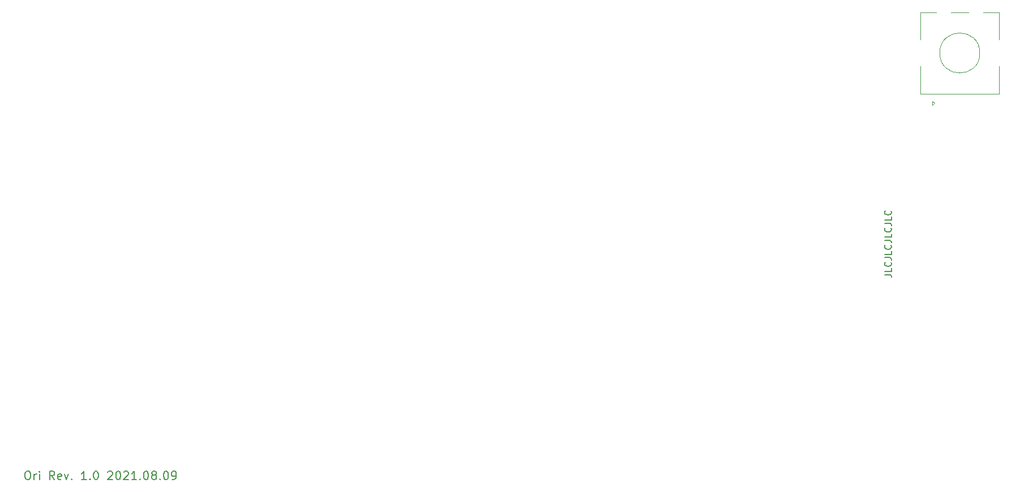
<source format=gto>
G04 #@! TF.GenerationSoftware,KiCad,Pcbnew,(5.1.10-1-10_14)*
G04 #@! TF.CreationDate,2021-08-09T23:30:33-05:00*
G04 #@! TF.ProjectId,ori,6f72692e-6b69-4636-9164-5f7063625858,rev?*
G04 #@! TF.SameCoordinates,Original*
G04 #@! TF.FileFunction,Legend,Top*
G04 #@! TF.FilePolarity,Positive*
%FSLAX46Y46*%
G04 Gerber Fmt 4.6, Leading zero omitted, Abs format (unit mm)*
G04 Created by KiCad (PCBNEW (5.1.10-1-10_14)) date 2021-08-09 23:30:33*
%MOMM*%
%LPD*%
G01*
G04 APERTURE LIST*
%ADD10C,0.200000*%
%ADD11C,0.150000*%
%ADD12C,0.120000*%
%ADD13C,4.500000*%
%ADD14C,0.800000*%
%ADD15C,2.540000*%
%ADD16C,1.701800*%
%ADD17C,3.987800*%
%ADD18R,2.000000X2.000000*%
%ADD19C,2.000000*%
%ADD20R,2.000000X3.200000*%
%ADD21C,1.803400*%
%ADD22O,1.300000X1.900000*%
%ADD23C,0.650000*%
%ADD24O,1.300000X2.400000*%
G04 APERTURE END LIST*
D10*
X180738095Y-115815476D02*
X180976190Y-115815476D01*
X181095238Y-115875000D01*
X181214285Y-115994047D01*
X181273809Y-116232142D01*
X181273809Y-116648809D01*
X181214285Y-116886904D01*
X181095238Y-117005952D01*
X180976190Y-117065476D01*
X180738095Y-117065476D01*
X180619047Y-117005952D01*
X180500000Y-116886904D01*
X180440476Y-116648809D01*
X180440476Y-116232142D01*
X180500000Y-115994047D01*
X180619047Y-115875000D01*
X180738095Y-115815476D01*
X181809523Y-117065476D02*
X181809523Y-116232142D01*
X181809523Y-116470238D02*
X181869047Y-116351190D01*
X181928571Y-116291666D01*
X182047619Y-116232142D01*
X182166666Y-116232142D01*
X182583333Y-117065476D02*
X182583333Y-116232142D01*
X182583333Y-115815476D02*
X182523809Y-115875000D01*
X182583333Y-115934523D01*
X182642857Y-115875000D01*
X182583333Y-115815476D01*
X182583333Y-115934523D01*
X184845238Y-117065476D02*
X184428571Y-116470238D01*
X184130952Y-117065476D02*
X184130952Y-115815476D01*
X184607142Y-115815476D01*
X184726190Y-115875000D01*
X184785714Y-115934523D01*
X184845238Y-116053571D01*
X184845238Y-116232142D01*
X184785714Y-116351190D01*
X184726190Y-116410714D01*
X184607142Y-116470238D01*
X184130952Y-116470238D01*
X185857142Y-117005952D02*
X185738095Y-117065476D01*
X185500000Y-117065476D01*
X185380952Y-117005952D01*
X185321428Y-116886904D01*
X185321428Y-116410714D01*
X185380952Y-116291666D01*
X185500000Y-116232142D01*
X185738095Y-116232142D01*
X185857142Y-116291666D01*
X185916666Y-116410714D01*
X185916666Y-116529761D01*
X185321428Y-116648809D01*
X186333333Y-116232142D02*
X186630952Y-117065476D01*
X186928571Y-116232142D01*
X187404761Y-116946428D02*
X187464285Y-117005952D01*
X187404761Y-117065476D01*
X187345238Y-117005952D01*
X187404761Y-116946428D01*
X187404761Y-117065476D01*
X189607142Y-117065476D02*
X188892857Y-117065476D01*
X189250000Y-117065476D02*
X189250000Y-115815476D01*
X189130952Y-115994047D01*
X189011904Y-116113095D01*
X188892857Y-116172619D01*
X190142857Y-116946428D02*
X190202380Y-117005952D01*
X190142857Y-117065476D01*
X190083333Y-117005952D01*
X190142857Y-116946428D01*
X190142857Y-117065476D01*
X190976190Y-115815476D02*
X191095238Y-115815476D01*
X191214285Y-115875000D01*
X191273809Y-115934523D01*
X191333333Y-116053571D01*
X191392857Y-116291666D01*
X191392857Y-116589285D01*
X191333333Y-116827380D01*
X191273809Y-116946428D01*
X191214285Y-117005952D01*
X191095238Y-117065476D01*
X190976190Y-117065476D01*
X190857142Y-117005952D01*
X190797619Y-116946428D01*
X190738095Y-116827380D01*
X190678571Y-116589285D01*
X190678571Y-116291666D01*
X190738095Y-116053571D01*
X190797619Y-115934523D01*
X190857142Y-115875000D01*
X190976190Y-115815476D01*
X192821428Y-115934523D02*
X192880952Y-115875000D01*
X193000000Y-115815476D01*
X193297619Y-115815476D01*
X193416666Y-115875000D01*
X193476190Y-115934523D01*
X193535714Y-116053571D01*
X193535714Y-116172619D01*
X193476190Y-116351190D01*
X192761904Y-117065476D01*
X193535714Y-117065476D01*
X194309523Y-115815476D02*
X194428571Y-115815476D01*
X194547619Y-115875000D01*
X194607142Y-115934523D01*
X194666666Y-116053571D01*
X194726190Y-116291666D01*
X194726190Y-116589285D01*
X194666666Y-116827380D01*
X194607142Y-116946428D01*
X194547619Y-117005952D01*
X194428571Y-117065476D01*
X194309523Y-117065476D01*
X194190476Y-117005952D01*
X194130952Y-116946428D01*
X194071428Y-116827380D01*
X194011904Y-116589285D01*
X194011904Y-116291666D01*
X194071428Y-116053571D01*
X194130952Y-115934523D01*
X194190476Y-115875000D01*
X194309523Y-115815476D01*
X195202380Y-115934523D02*
X195261904Y-115875000D01*
X195380952Y-115815476D01*
X195678571Y-115815476D01*
X195797619Y-115875000D01*
X195857142Y-115934523D01*
X195916666Y-116053571D01*
X195916666Y-116172619D01*
X195857142Y-116351190D01*
X195142857Y-117065476D01*
X195916666Y-117065476D01*
X197107142Y-117065476D02*
X196392857Y-117065476D01*
X196750000Y-117065476D02*
X196750000Y-115815476D01*
X196630952Y-115994047D01*
X196511904Y-116113095D01*
X196392857Y-116172619D01*
X197642857Y-116946428D02*
X197702380Y-117005952D01*
X197642857Y-117065476D01*
X197583333Y-117005952D01*
X197642857Y-116946428D01*
X197642857Y-117065476D01*
X198476190Y-115815476D02*
X198595238Y-115815476D01*
X198714285Y-115875000D01*
X198773809Y-115934523D01*
X198833333Y-116053571D01*
X198892857Y-116291666D01*
X198892857Y-116589285D01*
X198833333Y-116827380D01*
X198773809Y-116946428D01*
X198714285Y-117005952D01*
X198595238Y-117065476D01*
X198476190Y-117065476D01*
X198357142Y-117005952D01*
X198297619Y-116946428D01*
X198238095Y-116827380D01*
X198178571Y-116589285D01*
X198178571Y-116291666D01*
X198238095Y-116053571D01*
X198297619Y-115934523D01*
X198357142Y-115875000D01*
X198476190Y-115815476D01*
X199607142Y-116351190D02*
X199488095Y-116291666D01*
X199428571Y-116232142D01*
X199369047Y-116113095D01*
X199369047Y-116053571D01*
X199428571Y-115934523D01*
X199488095Y-115875000D01*
X199607142Y-115815476D01*
X199845238Y-115815476D01*
X199964285Y-115875000D01*
X200023809Y-115934523D01*
X200083333Y-116053571D01*
X200083333Y-116113095D01*
X200023809Y-116232142D01*
X199964285Y-116291666D01*
X199845238Y-116351190D01*
X199607142Y-116351190D01*
X199488095Y-116410714D01*
X199428571Y-116470238D01*
X199369047Y-116589285D01*
X199369047Y-116827380D01*
X199428571Y-116946428D01*
X199488095Y-117005952D01*
X199607142Y-117065476D01*
X199845238Y-117065476D01*
X199964285Y-117005952D01*
X200023809Y-116946428D01*
X200083333Y-116827380D01*
X200083333Y-116589285D01*
X200023809Y-116470238D01*
X199964285Y-116410714D01*
X199845238Y-116351190D01*
X200619047Y-116946428D02*
X200678571Y-117005952D01*
X200619047Y-117065476D01*
X200559523Y-117005952D01*
X200619047Y-116946428D01*
X200619047Y-117065476D01*
X201452380Y-115815476D02*
X201571428Y-115815476D01*
X201690476Y-115875000D01*
X201750000Y-115934523D01*
X201809523Y-116053571D01*
X201869047Y-116291666D01*
X201869047Y-116589285D01*
X201809523Y-116827380D01*
X201750000Y-116946428D01*
X201690476Y-117005952D01*
X201571428Y-117065476D01*
X201452380Y-117065476D01*
X201333333Y-117005952D01*
X201273809Y-116946428D01*
X201214285Y-116827380D01*
X201154761Y-116589285D01*
X201154761Y-116291666D01*
X201214285Y-116053571D01*
X201273809Y-115934523D01*
X201333333Y-115875000D01*
X201452380Y-115815476D01*
X202464285Y-117065476D02*
X202702380Y-117065476D01*
X202821428Y-117005952D01*
X202880952Y-116946428D01*
X203000000Y-116767857D01*
X203059523Y-116529761D01*
X203059523Y-116053571D01*
X203000000Y-115934523D01*
X202940476Y-115875000D01*
X202821428Y-115815476D01*
X202583333Y-115815476D01*
X202464285Y-115875000D01*
X202404761Y-115934523D01*
X202345238Y-116053571D01*
X202345238Y-116351190D01*
X202404761Y-116470238D01*
X202464285Y-116529761D01*
X202583333Y-116589285D01*
X202821428Y-116589285D01*
X202940476Y-116529761D01*
X203000000Y-116470238D01*
X203059523Y-116351190D01*
D11*
X309015075Y-86375329D02*
X309729361Y-86375329D01*
X309872218Y-86422948D01*
X309967456Y-86518186D01*
X310015075Y-86661043D01*
X310015075Y-86756282D01*
X310015075Y-85422948D02*
X310015075Y-85899139D01*
X309015075Y-85899139D01*
X309919837Y-84518186D02*
X309967456Y-84565805D01*
X310015075Y-84708662D01*
X310015075Y-84803901D01*
X309967456Y-84946758D01*
X309872218Y-85041996D01*
X309776980Y-85089615D01*
X309586504Y-85137234D01*
X309443647Y-85137234D01*
X309253171Y-85089615D01*
X309157933Y-85041996D01*
X309062695Y-84946758D01*
X309015075Y-84803901D01*
X309015075Y-84708662D01*
X309062695Y-84565805D01*
X309110314Y-84518186D01*
X309015075Y-83803901D02*
X309729361Y-83803901D01*
X309872218Y-83851520D01*
X309967456Y-83946758D01*
X310015075Y-84089615D01*
X310015075Y-84184853D01*
X310015075Y-82851520D02*
X310015075Y-83327710D01*
X309015075Y-83327710D01*
X309919837Y-81946758D02*
X309967456Y-81994377D01*
X310015075Y-82137234D01*
X310015075Y-82232472D01*
X309967456Y-82375329D01*
X309872218Y-82470567D01*
X309776980Y-82518186D01*
X309586504Y-82565805D01*
X309443647Y-82565805D01*
X309253171Y-82518186D01*
X309157933Y-82470567D01*
X309062695Y-82375329D01*
X309015075Y-82232472D01*
X309015075Y-82137234D01*
X309062695Y-81994377D01*
X309110314Y-81946758D01*
X309015075Y-81232472D02*
X309729361Y-81232472D01*
X309872218Y-81280091D01*
X309967456Y-81375329D01*
X310015075Y-81518186D01*
X310015075Y-81613424D01*
X310015075Y-80280091D02*
X310015075Y-80756282D01*
X309015075Y-80756282D01*
X309919837Y-79375329D02*
X309967456Y-79422948D01*
X310015075Y-79565805D01*
X310015075Y-79661043D01*
X309967456Y-79803901D01*
X309872218Y-79899139D01*
X309776980Y-79946758D01*
X309586504Y-79994377D01*
X309443647Y-79994377D01*
X309253171Y-79946758D01*
X309157933Y-79899139D01*
X309062695Y-79803901D01*
X309015075Y-79661043D01*
X309015075Y-79565805D01*
X309062695Y-79422948D01*
X309110314Y-79375329D01*
X309015075Y-78661043D02*
X309729361Y-78661043D01*
X309872218Y-78708662D01*
X309967456Y-78803901D01*
X310015075Y-78946758D01*
X310015075Y-79041996D01*
X310015075Y-77708662D02*
X310015075Y-78184853D01*
X309015075Y-78184853D01*
X309919837Y-76803901D02*
X309967456Y-76851520D01*
X310015075Y-76994377D01*
X310015075Y-77089615D01*
X309967456Y-77232472D01*
X309872218Y-77327710D01*
X309776980Y-77375329D01*
X309586504Y-77422948D01*
X309443647Y-77422948D01*
X309253171Y-77375329D01*
X309157933Y-77327710D01*
X309062695Y-77232472D01*
X309015075Y-77089615D01*
X309015075Y-76994377D01*
X309062695Y-76851520D01*
X309110314Y-76803901D01*
D12*
X323752725Y-47093950D02*
X326152725Y-47093950D01*
X318952725Y-47093950D02*
X321552725Y-47093950D01*
X314352725Y-47093950D02*
X316752725Y-47093950D01*
X316152725Y-60393950D02*
X316452725Y-60693950D01*
X316152725Y-60993950D02*
X316152725Y-60393950D01*
X316452725Y-60693950D02*
X316152725Y-60993950D01*
X314352725Y-59293950D02*
X326152725Y-59293950D01*
X314352725Y-55193950D02*
X314352725Y-59293950D01*
X326152725Y-55193950D02*
X326152725Y-59293950D01*
X326152725Y-47093950D02*
X326152725Y-51193950D01*
X314352725Y-51193950D02*
X314352725Y-47093950D01*
X323252725Y-53193950D02*
G75*
G03*
X323252725Y-53193950I-3000000J0D01*
G01*
%LPC*%
D13*
X96440641Y-62706266D03*
X153590689Y-100806298D03*
X286940801Y-62706266D03*
X286940801Y-100806298D03*
X229790753Y-62706266D03*
X153590689Y-62706266D03*
X229790753Y-100806298D03*
X96440641Y-100806298D03*
X310753321Y-100806298D03*
X310753321Y-62706266D03*
D14*
X304204878Y-75248000D03*
X304204878Y-73724000D03*
X304204878Y-69152000D03*
X304204878Y-70676000D03*
X304204878Y-72200000D03*
X304204878Y-94329290D03*
X304204878Y-92805290D03*
X304204878Y-88233290D03*
X304204878Y-89757290D03*
X304204878Y-91281290D03*
X304799995Y-113248000D03*
X304799995Y-111724000D03*
X304799995Y-107152000D03*
X304799995Y-108676000D03*
X304799995Y-110200000D03*
X304204878Y-56229258D03*
X304204878Y-54705258D03*
X304204878Y-50133258D03*
X304204878Y-51657258D03*
X304204878Y-53181258D03*
D15*
X316468185Y-69691370D03*
X322818185Y-67151370D03*
D16*
X325358185Y-72231370D03*
X315198185Y-72231370D03*
D17*
X320278185Y-72231370D03*
D15*
X121205625Y-50641250D03*
X127555625Y-48101250D03*
D16*
X130095625Y-53181250D03*
X119935625Y-53181250D03*
D17*
X125015625Y-53181250D03*
D15*
X316468185Y-107791530D03*
X322818185Y-105251530D03*
D16*
X325358185Y-110331530D03*
X315198185Y-110331530D03*
D17*
X320278185Y-110331530D03*
D18*
X317752725Y-60693950D03*
D19*
X320252725Y-60693950D03*
X322752725Y-60693950D03*
D20*
X314652725Y-53193950D03*
X325852725Y-53193950D03*
D19*
X317752725Y-46193950D03*
X322752725Y-46193950D03*
G36*
G01*
X192448100Y-55649150D02*
X192448100Y-56550850D01*
G75*
G02*
X191997250Y-57001700I-450850J0D01*
G01*
X191095550Y-57001700D01*
G75*
G02*
X190644700Y-56550850I0J450850D01*
G01*
X190644700Y-55649150D01*
G75*
G02*
X191095550Y-55198300I450850J0D01*
G01*
X191997250Y-55198300D01*
G75*
G02*
X192448100Y-55649150I0J-450850D01*
G01*
G37*
D21*
X191140000Y-58640000D03*
X191546400Y-61180000D03*
X191140000Y-63720000D03*
X191546400Y-66260000D03*
X191140000Y-68800000D03*
D22*
X111189825Y-43258627D03*
D23*
X112599825Y-46907627D03*
X118379825Y-46907627D03*
D22*
X119789825Y-43258627D03*
D24*
X119789825Y-47458627D03*
X111189825Y-47458627D03*
D17*
X320278125Y-53181250D03*
D16*
X315198125Y-53181250D03*
X325358125Y-53181250D03*
D15*
X322818125Y-48101250D03*
X316468125Y-50641250D03*
X316468185Y-88741450D03*
X322818185Y-86201450D03*
D16*
X325358185Y-91281450D03*
X315198185Y-91281450D03*
D17*
X320278185Y-91281450D03*
D15*
X83105625Y-50641250D03*
X89455625Y-48101250D03*
D16*
X91995625Y-53181250D03*
X81835625Y-53181250D03*
D17*
X86915625Y-53181250D03*
D15*
X102155625Y-50641250D03*
X108505625Y-48101250D03*
D16*
X111045625Y-53181250D03*
X100885625Y-53181250D03*
D17*
X105965625Y-53181250D03*
X144065625Y-53181250D03*
D16*
X138985625Y-53181250D03*
X149145625Y-53181250D03*
D15*
X146605625Y-48101250D03*
X140255625Y-50641250D03*
X159305625Y-50641250D03*
X165655625Y-48101250D03*
D16*
X168195625Y-53181250D03*
X158035625Y-53181250D03*
D17*
X163115625Y-53181250D03*
D15*
X178355625Y-50641250D03*
X184705625Y-48101250D03*
D16*
X187245625Y-53181250D03*
X177085625Y-53181250D03*
D17*
X182165625Y-53181250D03*
D15*
X197405625Y-50641250D03*
X203755625Y-48101250D03*
D16*
X206295625Y-53181250D03*
X196135625Y-53181250D03*
D17*
X201215625Y-53181250D03*
D15*
X216455625Y-50641250D03*
X222805625Y-48101250D03*
D16*
X225345625Y-53181250D03*
X215185625Y-53181250D03*
D17*
X220265625Y-53181250D03*
D15*
X235505625Y-50641250D03*
X241855625Y-48101250D03*
D16*
X244395625Y-53181250D03*
X234235625Y-53181250D03*
D17*
X239315625Y-53181250D03*
D15*
X254555625Y-50641250D03*
X260905625Y-48101250D03*
D16*
X263445625Y-53181250D03*
X253285625Y-53181250D03*
D17*
X258365625Y-53181250D03*
D15*
X273605625Y-50641250D03*
X279955625Y-48101250D03*
D16*
X282495625Y-53181250D03*
X272335625Y-53181250D03*
D17*
X277415625Y-53181250D03*
D15*
X292655625Y-50641250D03*
X299005625Y-48101250D03*
D16*
X301545625Y-53181250D03*
X291385625Y-53181250D03*
D17*
X296465625Y-53181250D03*
D15*
X83105625Y-69691250D03*
X89455625Y-67151250D03*
D16*
X91995625Y-72231250D03*
X81835625Y-72231250D03*
D17*
X86915625Y-72231250D03*
D15*
X102155625Y-69691250D03*
X108505625Y-67151250D03*
D16*
X111045625Y-72231250D03*
X100885625Y-72231250D03*
D17*
X105965625Y-72231250D03*
D15*
X121205625Y-69691250D03*
X127555625Y-67151250D03*
D16*
X130095625Y-72231250D03*
X119935625Y-72231250D03*
D17*
X125015625Y-72231250D03*
D15*
X140260799Y-69691250D03*
X146610799Y-67151250D03*
D16*
X149150799Y-72231250D03*
X138990799Y-72231250D03*
D17*
X144070799Y-72231250D03*
D15*
X159305625Y-69691250D03*
X165655625Y-67151250D03*
D16*
X168195625Y-72231250D03*
X158035625Y-72231250D03*
D17*
X163115625Y-72231250D03*
D15*
X178355625Y-69691250D03*
X184705625Y-67151250D03*
D16*
X187245625Y-72231250D03*
X177085625Y-72231250D03*
D17*
X182165625Y-72231250D03*
D15*
X197405625Y-69691250D03*
X203755625Y-67151250D03*
D16*
X206295625Y-72231250D03*
X196135625Y-72231250D03*
D17*
X201215625Y-72231250D03*
D15*
X216455625Y-69691250D03*
X222805625Y-67151250D03*
D16*
X225345625Y-72231250D03*
X215185625Y-72231250D03*
D17*
X220265625Y-72231250D03*
D15*
X235505625Y-69691250D03*
X241855625Y-67151250D03*
D16*
X244395625Y-72231250D03*
X234235625Y-72231250D03*
D17*
X239315625Y-72231250D03*
D15*
X254555625Y-69691250D03*
X260905625Y-67151250D03*
D16*
X263445625Y-72231250D03*
X253285625Y-72231250D03*
D17*
X258365625Y-72231250D03*
D15*
X273605625Y-69691250D03*
X279955625Y-67151250D03*
D16*
X282495625Y-72231250D03*
X272335625Y-72231250D03*
D17*
X277415625Y-72231250D03*
D15*
X292655625Y-69691250D03*
X299005625Y-67151250D03*
D16*
X301545625Y-72231250D03*
X291385625Y-72231250D03*
D17*
X296465625Y-72231250D03*
D15*
X83105625Y-88741250D03*
X89455625Y-86201250D03*
D16*
X91995625Y-91281250D03*
X81835625Y-91281250D03*
D17*
X86915625Y-91281250D03*
D15*
X102155625Y-88741250D03*
X108505625Y-86201250D03*
D16*
X111045625Y-91281250D03*
X100885625Y-91281250D03*
D17*
X105965625Y-91281250D03*
D15*
X121205625Y-88741250D03*
X127555625Y-86201250D03*
D16*
X130095625Y-91281250D03*
X119935625Y-91281250D03*
D17*
X125015625Y-91281250D03*
D15*
X140255625Y-88741250D03*
X146605625Y-86201250D03*
D16*
X149145625Y-91281250D03*
X138985625Y-91281250D03*
D17*
X144065625Y-91281250D03*
D15*
X159305625Y-88741250D03*
X165655625Y-86201250D03*
D16*
X168195625Y-91281250D03*
X158035625Y-91281250D03*
D17*
X163115625Y-91281250D03*
D15*
X178355625Y-88741250D03*
X184705625Y-86201250D03*
D16*
X187245625Y-91281250D03*
X177085625Y-91281250D03*
D17*
X182165625Y-91281250D03*
D15*
X216455625Y-88741250D03*
X222805625Y-86201250D03*
D16*
X225345625Y-91281250D03*
X215185625Y-91281250D03*
D17*
X220265625Y-91281250D03*
D15*
X235505625Y-88741250D03*
X241855625Y-86201250D03*
D16*
X244395625Y-91281250D03*
X234235625Y-91281250D03*
D17*
X239315625Y-91281250D03*
D15*
X254555625Y-88741250D03*
X260905625Y-86201250D03*
D16*
X263445625Y-91281250D03*
X253285625Y-91281250D03*
D17*
X258365625Y-91281250D03*
D15*
X273605625Y-88741250D03*
X279955625Y-86201250D03*
D16*
X282495625Y-91281250D03*
X272335625Y-91281250D03*
D17*
X277415625Y-91281250D03*
D15*
X83105625Y-107791250D03*
X89455625Y-105251250D03*
D16*
X91995625Y-110331250D03*
X81835625Y-110331250D03*
D17*
X86915625Y-110331250D03*
D15*
X102155625Y-107791250D03*
X108505625Y-105251250D03*
D16*
X111045625Y-110331250D03*
X100885625Y-110331250D03*
D17*
X105965625Y-110331250D03*
D15*
X121205625Y-107791250D03*
X127555625Y-105251250D03*
D16*
X130095625Y-110331250D03*
X119935625Y-110331250D03*
D17*
X125015625Y-110331250D03*
D15*
X140255625Y-107791250D03*
X146605625Y-105251250D03*
D16*
X149145625Y-110331250D03*
X138985625Y-110331250D03*
D17*
X144065625Y-110331250D03*
D15*
X159305625Y-107791250D03*
X165655625Y-105251250D03*
D16*
X168195625Y-110331250D03*
X158035625Y-110331250D03*
D17*
X163115625Y-110331250D03*
D15*
X178355625Y-107791250D03*
X184705625Y-105251250D03*
D16*
X187245625Y-110331250D03*
X177085625Y-110331250D03*
D17*
X182165625Y-110331250D03*
D15*
X216455625Y-107791250D03*
X222805625Y-105251250D03*
D16*
X225345625Y-110331250D03*
X215185625Y-110331250D03*
D17*
X220265625Y-110331250D03*
D15*
X235505625Y-107791250D03*
X241855625Y-105251250D03*
D16*
X244395625Y-110331250D03*
X234235625Y-110331250D03*
D17*
X239315625Y-110331250D03*
D15*
X254555625Y-107791250D03*
X260905625Y-105251250D03*
D16*
X263445625Y-110331250D03*
X253285625Y-110331250D03*
D17*
X258365625Y-110331250D03*
D15*
X273605625Y-107791250D03*
X279955625Y-105251250D03*
D16*
X282495625Y-110331250D03*
X272335625Y-110331250D03*
D17*
X277415625Y-110331250D03*
D15*
X197405625Y-88741250D03*
X203755625Y-86201250D03*
D16*
X206295625Y-91281250D03*
X196135625Y-91281250D03*
D17*
X201215625Y-91281250D03*
D15*
X197405625Y-107791250D03*
X203755625Y-105251250D03*
D16*
X206295625Y-110331250D03*
X196135625Y-110331250D03*
D17*
X201215625Y-110331250D03*
D15*
X292655625Y-88741250D03*
X299005625Y-86201250D03*
D16*
X301545625Y-91281250D03*
X291385625Y-91281250D03*
D17*
X296465625Y-91281250D03*
D15*
X292655625Y-107791250D03*
X299005625Y-105251250D03*
D16*
X301545625Y-110331250D03*
X291385625Y-110331250D03*
D17*
X296465625Y-110331250D03*
M02*

</source>
